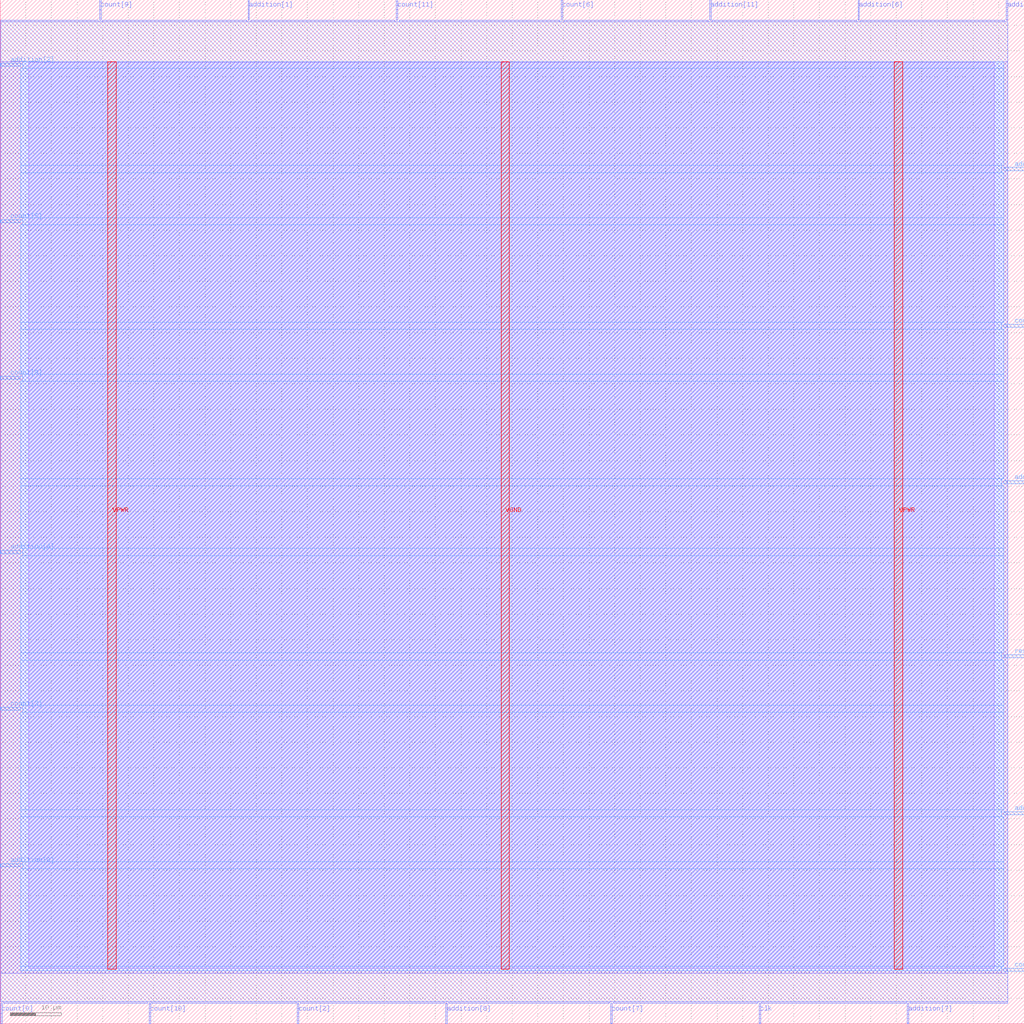
<source format=lef>
VERSION 5.7 ;
  NOWIREEXTENSIONATPIN ON ;
  DIVIDERCHAR "/" ;
  BUSBITCHARS "[]" ;
MACRO program_counter
  CLASS BLOCK ;
  FOREIGN program_counter ;
  ORIGIN 0.000 0.000 ;
  SIZE 200.000 BY 200.000 ;
  PIN VGND
    USE GROUND ;
    PORT
      LAYER met4 ;
        RECT 97.840 10.640 99.440 187.920 ;
    END
  END VGND
  PIN VPWR
    USE POWER ;
    PORT
      LAYER met4 ;
        RECT 174.640 10.640 176.240 187.920 ;
    END
    PORT
      LAYER met4 ;
        RECT 21.040 10.640 22.640 187.920 ;
    END
  END VPWR
  PIN addition[0]
    PORT
      LAYER met3 ;
        RECT 0.000 30.640 4.000 31.240 ;
    END
  END addition[0]
  PIN addition[10]
    PORT
      LAYER met3 ;
        RECT 196.000 40.840 200.000 41.440 ;
    END
  END addition[10]
  PIN addition[11]
    PORT
      LAYER met2 ;
        RECT 138.550 196.000 138.830 200.000 ;
    END
  END addition[11]
  PIN addition[1]
    PORT
      LAYER met2 ;
        RECT 48.390 196.000 48.670 200.000 ;
    END
  END addition[1]
  PIN addition[2]
    PORT
      LAYER met3 ;
        RECT 0.000 187.040 4.000 187.640 ;
    END
  END addition[2]
  PIN addition[3]
    PORT
      LAYER met2 ;
        RECT 196.510 196.000 196.790 200.000 ;
    END
  END addition[3]
  PIN addition[4]
    PORT
      LAYER met3 ;
        RECT 0.000 91.840 4.000 92.440 ;
    END
  END addition[4]
  PIN addition[5]
    PORT
      LAYER met3 ;
        RECT 196.000 166.640 200.000 167.240 ;
    END
  END addition[5]
  PIN addition[6]
    PORT
      LAYER met2 ;
        RECT 167.530 196.000 167.810 200.000 ;
    END
  END addition[6]
  PIN addition[7]
    PORT
      LAYER met2 ;
        RECT 177.190 0.000 177.470 4.000 ;
    END
  END addition[7]
  PIN addition[8]
    PORT
      LAYER met2 ;
        RECT 87.030 0.000 87.310 4.000 ;
    END
  END addition[8]
  PIN addition[9]
    PORT
      LAYER met3 ;
        RECT 196.000 105.440 200.000 106.040 ;
    END
  END addition[9]
  PIN clk
    PORT
      LAYER met2 ;
        RECT 148.210 0.000 148.490 4.000 ;
    END
  END clk
  PIN count[0]
    PORT
      LAYER met2 ;
        RECT 0.090 0.000 0.370 4.000 ;
    END
  END count[0]
  PIN count[10]
    PORT
      LAYER met2 ;
        RECT 29.070 0.000 29.350 4.000 ;
    END
  END count[10]
  PIN count[11]
    PORT
      LAYER met2 ;
        RECT 77.370 196.000 77.650 200.000 ;
    END
  END count[11]
  PIN count[1]
    PORT
      LAYER met3 ;
        RECT 196.000 10.240 200.000 10.840 ;
    END
  END count[1]
  PIN count[2]
    PORT
      LAYER met2 ;
        RECT 58.050 0.000 58.330 4.000 ;
    END
  END count[2]
  PIN count[3]
    PORT
      LAYER met3 ;
        RECT 0.000 61.240 4.000 61.840 ;
    END
  END count[3]
  PIN count[4]
    PORT
      LAYER met3 ;
        RECT 196.000 136.040 200.000 136.640 ;
    END
  END count[4]
  PIN count[5]
    PORT
      LAYER met3 ;
        RECT 0.000 156.440 4.000 157.040 ;
    END
  END count[5]
  PIN count[6]
    PORT
      LAYER met2 ;
        RECT 109.570 196.000 109.850 200.000 ;
    END
  END count[6]
  PIN count[7]
    PORT
      LAYER met2 ;
        RECT 119.230 0.000 119.510 4.000 ;
    END
  END count[7]
  PIN count[8]
    PORT
      LAYER met3 ;
        RECT 0.000 125.840 4.000 126.440 ;
    END
  END count[8]
  PIN count[9]
    PORT
      LAYER met2 ;
        RECT 19.410 196.000 19.690 200.000 ;
    END
  END count[9]
  PIN reset
    PORT
      LAYER met3 ;
        RECT 196.000 71.440 200.000 72.040 ;
    END
  END reset
  OBS
      LAYER li1 ;
        RECT 5.520 10.795 194.120 187.765 ;
      LAYER met1 ;
        RECT 0.070 9.900 196.810 187.920 ;
      LAYER met2 ;
        RECT 0.100 195.720 19.130 196.000 ;
        RECT 19.970 195.720 48.110 196.000 ;
        RECT 48.950 195.720 77.090 196.000 ;
        RECT 77.930 195.720 109.290 196.000 ;
        RECT 110.130 195.720 138.270 196.000 ;
        RECT 139.110 195.720 167.250 196.000 ;
        RECT 168.090 195.720 196.230 196.000 ;
        RECT 0.100 4.280 196.780 195.720 ;
        RECT 0.650 4.000 28.790 4.280 ;
        RECT 29.630 4.000 57.770 4.280 ;
        RECT 58.610 4.000 86.750 4.280 ;
        RECT 87.590 4.000 118.950 4.280 ;
        RECT 119.790 4.000 147.930 4.280 ;
        RECT 148.770 4.000 176.910 4.280 ;
        RECT 177.750 4.000 196.780 4.280 ;
      LAYER met3 ;
        RECT 4.400 186.640 196.000 187.845 ;
        RECT 4.000 167.640 196.000 186.640 ;
        RECT 4.000 166.240 195.600 167.640 ;
        RECT 4.000 157.440 196.000 166.240 ;
        RECT 4.400 156.040 196.000 157.440 ;
        RECT 4.000 137.040 196.000 156.040 ;
        RECT 4.000 135.640 195.600 137.040 ;
        RECT 4.000 126.840 196.000 135.640 ;
        RECT 4.400 125.440 196.000 126.840 ;
        RECT 4.000 106.440 196.000 125.440 ;
        RECT 4.000 105.040 195.600 106.440 ;
        RECT 4.000 92.840 196.000 105.040 ;
        RECT 4.400 91.440 196.000 92.840 ;
        RECT 4.000 72.440 196.000 91.440 ;
        RECT 4.000 71.040 195.600 72.440 ;
        RECT 4.000 62.240 196.000 71.040 ;
        RECT 4.400 60.840 196.000 62.240 ;
        RECT 4.000 41.840 196.000 60.840 ;
        RECT 4.000 40.440 195.600 41.840 ;
        RECT 4.000 31.640 196.000 40.440 ;
        RECT 4.400 30.240 196.000 31.640 ;
        RECT 4.000 11.240 196.000 30.240 ;
        RECT 4.000 10.375 195.600 11.240 ;
  END
END program_counter
END LIBRARY


</source>
